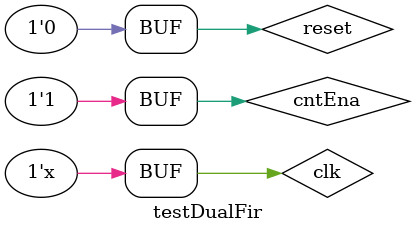
<source format=v>

`timescale 1ns/1ps

module testDualFir;

    reg [17:0]  dinFir;
//    ddcFir UUT (
//            .clk        (clk      ),
//            .reset      (reset    ),
//            .syncIn     (symEnR   ),
//            .wr0        (), 
//            .wr1        (),
//            .wr2        (),
//            .wr3        (),
//            .addr       (),
//            .din        (),
//            .dout       (),
//            .in         (dinFir),
//            .out        ()
//            );

     dualFir UUT (
            .clk        (clk      ),
            .reset      (reset    ),
            .syncIn     (symEnR   ),
            .wr0        (), 
            .wr1        (),
            .wr2        (),
            .wr3        (),
            .addr       (),
            .din        (),
            .dout       (),
            .iIn        (dinFir),
            .qIn        (dinFir+1000),
            .iOut       (),
            .qOut       ()
    
            );


   
reg clk,reset;
reg clkDiv2;
reg [79:0]din;
reg symEn,sym2xEn;

initial clk = 0;
initial clkDiv2 = 0;
initial reset = 0;
    
    
always #4 clk = !clk; 
always @(posedge clk) clkDiv2 = !clkDiv2; 
	


reg [79:0] readMem[4095:0];
reg [11:0] index;  // using 4096 samples in this sim  

initial begin
    cntEna = 0;
    #250 cntEna = 1;
    end

reg [4:0]cnt; initial cnt = 20;
reg cntEna;




reg simBit;
reg [1:0] simMaxIndex;
	
always @(posedge clk)begin
   // #1;
   //if(cnt == 17) cnt <= 0;
   if(cnt == 10) cnt <= 0;
   else if(cntEna) cnt <= cnt +1;	  
   case(cnt)
     //0,8: begin 
     0,4: begin
        symEn <= 1;
        sym2xEn <= 1;
        din <= readMem[index];
	    //if (index >= 79) begin index <= 0; end // reading in 4*20 samples then wrap around. 20 comes from the # trellis states 
        if (index >= 20000) begin index <= 0; end // reading in 4*20 samples then wrap around. 20 comes from the # trellis states
	else begin 
	   index <= index +1;
	end
     end
     //4,13: begin	
     2,6: begin
        symEn <= 0;
        sym2xEn <= 1;
        // below is for 2 samp per symbol
        //din <= readMem[index];  
	//if (index >= 20000) begin index <= 0; end // reading in 4*20 samples then wrap around. 20 comes from the # trellis states
	//else begin index <= index +1; end
     end
     default: begin
        symEn <= 0;
        sym2xEn <= 0;
        //din <= 0;
     end
   endcase
end
	
   reg         symEnR;
   always @(posedge clk)
     begin
        symEnR <= symEn;
        if (symEnR)begin
           dinFir <= din[17:0];
        end
     end	
  
  
  
//`define DDC_FIR

reg doOnce;
initial begin
   doOnce = 0;
   #100 reset = !reset;
   #100 reset = !reset;
   index = 0;
   
//`ifdef DDC_FIR
//   $readmemh("c:/projects/semco/svn_checkout_folder2/ddcFirTestVector.hex", readMem);
//`endif
   
   #300 reset = !reset; // release the accumulation reset when valid data out of the rotators
   #100 reset = !reset;
   doOnce = 1;
   
end

   // getting a impulse responce out of the FIR
   always @(posedge clk) begin
      if (reset) begin
         dinFir <= 0;
         doOnce <= 0;
      end 
      else if(symEnR) begin
         if (doOnce) begin
            doOnce <= 0;
            dinFir <= { 1'b0, {17{1'b1}} };   //18'h064; 
            //dinFir <= { 2'b00, {16{1'b1}} };   // step of +0.5; 
         end
         else begin
            dinFir <= 18'h0;
         end
      end
   end
   
    
    


 
endmodule
</source>
